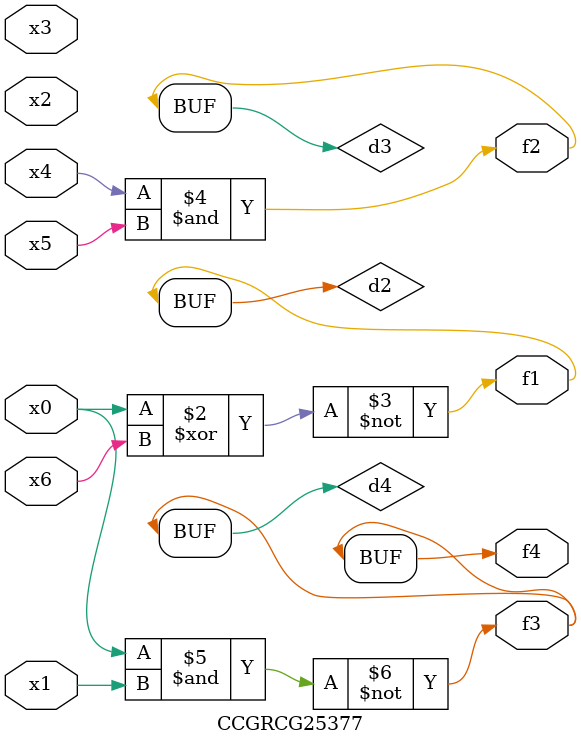
<source format=v>
module CCGRCG25377(
	input x0, x1, x2, x3, x4, x5, x6,
	output f1, f2, f3, f4
);

	wire d1, d2, d3, d4;

	nor (d1, x0);
	xnor (d2, x0, x6);
	and (d3, x4, x5);
	nand (d4, x0, x1);
	assign f1 = d2;
	assign f2 = d3;
	assign f3 = d4;
	assign f4 = d4;
endmodule

</source>
